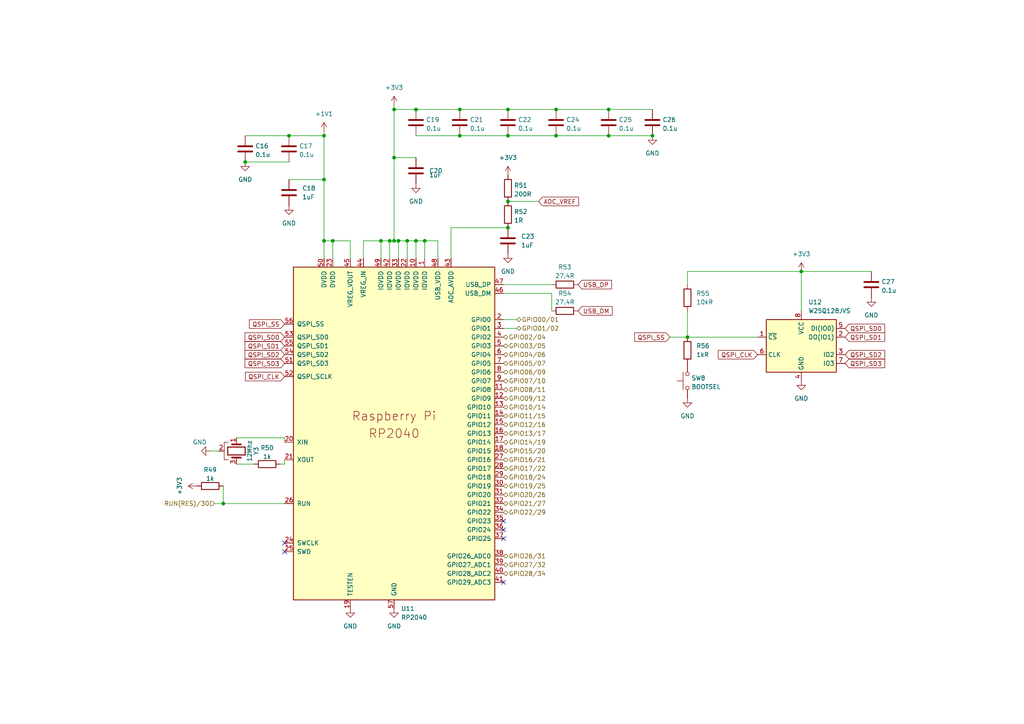
<source format=kicad_sch>
(kicad_sch (version 20211123) (generator eeschema)
  (paper "A4")
  (lib_symbols
    (symbol "Device:C" (pin_numbers hide) (pin_names (offset 0.254))
      (property "Reference" "C" (at 0.635 2.54 0))
      (property "Value" "C" (at 0.635 -2.54 0))
      (symbol "C_0_1"
        (polyline (pts (xy -2.032 -0.762) (xy 2.032 -0.762)) (stroke (width 0.508)))
        (polyline (pts (xy -2.032 0.762) (xy 2.032 0.762)) (stroke (width 0.508)))
      )
      (symbol "C_1_1"
        (pin passive line (at 0 3.81 270) (length 2.794) (name "~") (number "1"))
        (pin passive line (at 0 -3.81 90) (length 2.794) (name "~") (number "2"))
      )
    )
    (symbol "Device:Crystal_GND2" (pin_names (offset 1.016) hide)
      (property "Reference" "Y" (at 0 5.715 0))
      (property "Value" "Crystal_GND2" (at 0 3.81 0))
      (symbol "Crystal_GND2_0_1"
        (rectangle (start -1.143 2.54) (end 1.143 -2.54) (stroke (width 0.3048)))
        (polyline (pts (xy -2.54 0) (xy -1.905 0)))
        (polyline (pts (xy -1.905 -1.27) (xy -1.905 1.27)) (stroke (width 0.508)))
        (polyline (pts (xy 0 -3.81) (xy 0 -3.556)))
        (polyline (pts (xy 1.905 0) (xy 2.54 0)))
        (polyline (pts (xy 1.905 1.27) (xy 1.905 -1.27)) (stroke (width 0.508)))
        (polyline (pts (xy -2.54 -2.286) (xy -2.54 -3.556) (xy 2.54 -3.556) (xy 2.54 -2.286)))
      )
      (symbol "Crystal_GND2_1_1"
        (pin passive line (at -3.81 0 0) (length 1.27) (name "1") (number "1"))
        (pin passive line (at 0 -5.08 90) (length 1.27) (name "2") (number "2"))
        (pin passive line (at 3.81 0 180) (length 1.27) (name "3") (number "3"))
      )
    )
    (symbol "Device:R" (pin_numbers hide) (pin_names (offset 0))
      (property "Reference" "R" (at 2.032 0 90))
      (property "Value" "R" (at 0 0 90))
      (symbol "R_0_1"
        (rectangle (start -1.016 -2.54) (end 1.016 2.54) (stroke (width 0.254)))
      )
      (symbol "R_1_1"
        (pin passive line (at 0 3.81 270) (length 1.27) (name "~") (number "1"))
        (pin passive line (at 0 -3.81 90) (length 1.27) (name "~") (number "2"))
      )
    )
    (symbol "Memory_Flash:W25Q128JVS"
      (property "Reference" "U" (at -8.89 8.89 0))
      (property "Value" "W25Q128JVS" (at 7.62 8.89 0))
      (symbol "W25Q128JVS_0_1"
        (rectangle (start -10.16 7.62) (end 10.16 -7.62) (stroke (width 0.254)) (fill (type background)))
      )
      (symbol "W25Q128JVS_1_1"
        (pin input line (at -12.7 2.54 0) (length 2.54) (name "~{CS}") (number "1"))
        (pin bidirectional line (at 12.7 2.54 180) (length 2.54) (name "DO(IO1)") (number "2"))
        (pin bidirectional line (at 12.7 -2.54 180) (length 2.54) (name "IO2") (number "3"))
        (pin power_in line (at 0 -10.16 90) (length 2.54) (name "GND") (number "4"))
        (pin bidirectional line (at 12.7 5.08 180) (length 2.54) (name "DI(IO0)") (number "5"))
        (pin input line (at -12.7 -2.54 0) (length 2.54) (name "CLK") (number "6"))
        (pin bidirectional line (at 12.7 -5.08 180) (length 2.54) (name "IO3") (number "7"))
        (pin power_in line (at 0 10.16 270) (length 2.54) (name "VCC") (number "8"))
      )
    )
    (symbol "Switch:SW_Push" (pin_numbers hide) (pin_names (offset 1.016) hide)
      (property "Reference" "SW" (at 1.27 2.54 0))
      (property "Value" "SW_Push" (at 0 -1.524 0))
      (symbol "SW_Push_0_1"
        (circle (center -2.032 0) (radius 0.508))
        (polyline (pts (xy 0 1.27) (xy 0 3.048)))
        (polyline (pts (xy 2.54 1.27) (xy -2.54 1.27)))
        (circle (center 2.032 0) (radius 0.508))
        (pin passive line (at -5.08 0 0) (length 2.54) (name "1") (number "1"))
        (pin passive line (at 5.08 0 180) (length 2.54) (name "2") (number "2"))
      )
    )
    (symbol "power:+1V1" (power) (pin_names (offset 0))
      (property "Value" "+1V1" (at 0 3.556 0))
      (symbol "+1V1_0_1"
        (polyline (pts (xy -0.762 1.27) (xy 0 2.54)))
        (polyline (pts (xy 0 0) (xy 0 2.54)))
        (polyline (pts (xy 0 2.54) (xy 0.762 1.27)))
      )
      (symbol "+1V1_1_1"
        (pin power_in line (at 0 0 90) (length 0) hide (name "+1V1") (number "1"))
      )
    )
    (symbol "power:+3V3" (power) (pin_names (offset 0))
      (property "Value" "+3V3" (at 0 3.556 0))
      (symbol "+3V3_0_1"
        (polyline (pts (xy -0.762 1.27) (xy 0 2.54)))
        (polyline (pts (xy 0 0) (xy 0 2.54)))
        (polyline (pts (xy 0 2.54) (xy 0.762 1.27)))
      )
      (symbol "+3V3_1_1"
        (pin power_in line (at 0 0 90) (length 0) hide (name "+3V3") (number "1"))
      )
    )
    (symbol "power:GND" (power) (pin_names (offset 0))
      (property "Value" "GND" (at 0 -3.81 0))
      (symbol "GND_0_1"
        (polyline (pts (xy 0 0) (xy 0 -1.27) (xy 1.27 -1.27) (xy 0 -2.54) (xy -1.27 -1.27) (xy 0 -1.27)))
      )
      (symbol "GND_1_1"
        (pin power_in line (at 0 0 270) (length 0) hide (name "GND") (number "1"))
      )
    )
    (symbol "rp2040-dev-board:RP2040" (pin_names (offset 1.016))
      (property "Reference" "U" (at -29.21 49.53 0))
      (property "Value" "RP2040" (at 24.13 -49.53 0))
      (symbol "RP2040_0_0"
        (text "Raspberry Pi" (at 0 5.08 0) (effects (font (size 2.54 2.54))))
        (text "RP2040" (at 0 0 0) (effects (font (size 2.54 2.54))))
      )
      (symbol "RP2040_0_1"
        (rectangle (start 29.21 48.26) (end -29.21 -48.26) (stroke (width 0.254)) (fill (type background)))
      )
      (symbol "RP2040_1_1"
        (pin power_in line (at 8.89 50.8 270) (length 2.54) (name "IOVDD") (number "1"))
        (pin power_in line (at 6.35 50.8 270) (length 2.54) (name "IOVDD") (number "10"))
        (pin bidirectional line (at 31.75 12.7 180) (length 2.54) (name "GPIO8") (number "11"))
        (pin bidirectional line (at 31.75 10.16 180) (length 2.54) (name "GPIO9") (number "12"))
        (pin bidirectional line (at 31.75 7.62 180) (length 2.54) (name "GPIO10") (number "13"))
        (pin bidirectional line (at 31.75 5.08 180) (length 2.54) (name "GPIO11") (number "14"))
        (pin bidirectional line (at 31.75 2.54 180) (length 2.54) (name "GPIO12") (number "15"))
        (pin bidirectional line (at 31.75 0 180) (length 2.54) (name "GPIO13") (number "16"))
        (pin bidirectional line (at 31.75 -2.54 180) (length 2.54) (name "GPIO14") (number "17"))
        (pin bidirectional line (at 31.75 -5.08 180) (length 2.54) (name "GPIO15") (number "18"))
        (pin passive line (at -12.7 -50.8 90) (length 2.54) (name "TESTEN") (number "19"))
        (pin bidirectional line (at 31.75 33.02 180) (length 2.54) (name "GPIO0") (number "2"))
        (pin input line (at -31.75 -2.54 0) (length 2.54) (name "XIN") (number "20"))
        (pin passive line (at -31.75 -7.62 0) (length 2.54) (name "XOUT") (number "21"))
        (pin power_in line (at 3.81 50.8 270) (length 2.54) (name "IOVDD") (number "22"))
        (pin power_in line (at -17.78 50.8 270) (length 2.54) (name "DVDD") (number "23"))
        (pin output line (at -31.75 -31.75 0) (length 2.54) (name "SWCLK") (number "24"))
        (pin bidirectional line (at -31.75 -34.29 0) (length 2.54) (name "SWD") (number "25"))
        (pin input line (at -31.75 -20.32 0) (length 2.54) (name "RUN") (number "26"))
        (pin bidirectional line (at 31.75 -7.62 180) (length 2.54) (name "GPIO16") (number "27"))
        (pin bidirectional line (at 31.75 -10.16 180) (length 2.54) (name "GPIO17") (number "28"))
        (pin bidirectional line (at 31.75 -12.7 180) (length 2.54) (name "GPIO18") (number "29"))
        (pin bidirectional line (at 31.75 30.48 180) (length 2.54) (name "GPIO1") (number "3"))
        (pin bidirectional line (at 31.75 -15.24 180) (length 2.54) (name "GPIO19") (number "30"))
        (pin bidirectional line (at 31.75 -17.78 180) (length 2.54) (name "GPIO20") (number "31"))
        (pin bidirectional line (at 31.75 -20.32 180) (length 2.54) (name "GPIO21") (number "32"))
        (pin power_in line (at 1.27 50.8 270) (length 2.54) (name "IOVDD") (number "33"))
        (pin bidirectional line (at 31.75 -22.86 180) (length 2.54) (name "GPIO22") (number "34"))
        (pin bidirectional line (at 31.75 -25.4 180) (length 2.54) (name "GPIO23") (number "35"))
        (pin bidirectional line (at 31.75 -27.94 180) (length 2.54) (name "GPIO24") (number "36"))
        (pin bidirectional line (at 31.75 -30.48 180) (length 2.54) (name "GPIO25") (number "37"))
        (pin bidirectional line (at 31.75 -35.56 180) (length 2.54) (name "GPIO26_ADC0") (number "38"))
        (pin bidirectional line (at 31.75 -38.1 180) (length 2.54) (name "GPIO27_ADC1") (number "39"))
        (pin bidirectional line (at 31.75 27.94 180) (length 2.54) (name "GPIO2") (number "4"))
        (pin bidirectional line (at 31.75 -40.64 180) (length 2.54) (name "GPIO28_ADC2") (number "40"))
        (pin bidirectional line (at 31.75 -43.18 180) (length 2.54) (name "GPIO29_ADC3") (number "41"))
        (pin power_in line (at -1.27 50.8 270) (length 2.54) (name "IOVDD") (number "42"))
        (pin power_in line (at 16.51 50.8 270) (length 2.54) (name "ADC_AVDD") (number "43"))
        (pin power_in line (at -8.89 50.8 270) (length 2.54) (name "VREG_IN") (number "44"))
        (pin power_out line (at -12.7 50.8 270) (length 2.54) (name "VREG_VOUT") (number "45"))
        (pin bidirectional line (at 31.75 40.64 180) (length 2.54) (name "USB_DM") (number "46"))
        (pin bidirectional line (at 31.75 43.18 180) (length 2.54) (name "USB_DP") (number "47"))
        (pin power_in line (at 12.7 50.8 270) (length 2.54) (name "USB_VDD") (number "48"))
        (pin power_in line (at -3.81 50.8 270) (length 2.54) (name "IOVDD") (number "49"))
        (pin bidirectional line (at 31.75 25.4 180) (length 2.54) (name "GPIO3") (number "5"))
        (pin power_in line (at -20.32 50.8 270) (length 2.54) (name "DVDD") (number "50"))
        (pin bidirectional line (at -31.75 20.32 0) (length 2.54) (name "QSPI_SD3") (number "51"))
        (pin output line (at -31.75 16.51 0) (length 2.54) (name "QSPI_SCLK") (number "52"))
        (pin bidirectional line (at -31.75 27.94 0) (length 2.54) (name "QSPI_SD0") (number "53"))
        (pin bidirectional line (at -31.75 22.86 0) (length 2.54) (name "QSPI_SD2") (number "54"))
        (pin bidirectional line (at -31.75 25.4 0) (length 2.54) (name "QSPI_SD1") (number "55"))
        (pin bidirectional line (at -31.75 31.75 0) (length 2.54) (name "QSPI_SS") (number "56"))
        (pin power_in line (at 0 -50.8 90) (length 2.54) (name "GND") (number "57"))
        (pin bidirectional line (at 31.75 22.86 180) (length 2.54) (name "GPIO4") (number "6"))
        (pin bidirectional line (at 31.75 20.32 180) (length 2.54) (name "GPIO5") (number "7"))
        (pin bidirectional line (at 31.75 17.78 180) (length 2.54) (name "GPIO6") (number "8"))
        (pin bidirectional line (at 31.75 15.24 180) (length 2.54) (name "GPIO7") (number "9"))
      )
    )
  )
  (junction (at 161.29 31.75))
  (junction (at 120.65 31.75))
  (junction (at 176.53 39.37))
  (junction (at 189.23 39.37))
  (junction (at 114.3 45.72))
  (junction (at 93.98 52.07))
  (junction (at 93.98 39.37))
  (junction (at 133.35 39.37))
  (junction (at 133.35 31.75))
  (junction (at 96.52 69.85))
  (junction (at 114.3 69.85))
  (junction (at 147.32 39.37))
  (junction (at 147.32 31.75))
  (junction (at 64.77 146.05))
  (junction (at 114.3 31.75))
  (junction (at 161.29 39.37))
  (junction (at 71.12 46.99))
  (junction (at 232.41 78.74))
  (junction (at 118.11 69.85))
  (junction (at 176.53 31.75))
  (junction (at 115.57 69.85))
  (junction (at 147.32 66.04))
  (junction (at 113.03 69.85))
  (junction (at 147.32 58.42))
  (junction (at 83.82 39.37))
  (junction (at 120.65 69.85))
  (junction (at 199.39 97.79))
  (junction (at 110.49 69.85))
  (junction (at 93.98 69.85))
  (junction (at 123.19 69.85))
  (no_connect (at 146.05 151.13))
  (no_connect (at 146.05 156.21))
  (no_connect (at 82.55 157.48))
  (no_connect (at 146.05 153.67))
  (no_connect (at 82.55 160.02))
  (no_connect (at 146.05 168.91))
  (wire (pts (xy 114.3 69.85) (xy 115.57 69.85)))
  (wire (pts (xy 133.35 31.75) (xy 147.32 31.75)))
  (wire (pts (xy 176.53 39.37) (xy 189.23 39.37)))
  (wire (pts (xy 232.41 78.74) (xy 252.73 78.74)))
  (wire (pts (xy 199.39 90.17) (xy 199.39 97.79)))
  (wire (pts (xy 161.29 31.75) (xy 176.53 31.75)))
  (wire (pts (xy 114.3 30.48) (xy 114.3 31.75)))
  (wire (pts (xy 115.57 69.85) (xy 115.57 74.93)))
  (wire (pts (xy 123.19 69.85) (xy 127 69.85)))
  (wire (pts (xy 83.82 39.37) (xy 93.98 39.37)))
  (wire (pts (xy 146.05 85.09) (xy 160.02 85.09)))
  (wire (pts (xy 130.81 66.04) (xy 147.32 66.04)))
  (wire (pts (xy 199.39 78.74) (xy 199.39 82.55)))
  (wire (pts (xy 118.11 69.85) (xy 118.11 74.93)))
  (wire (pts (xy 146.05 82.55) (xy 160.02 82.55)))
  (wire (pts (xy 114.3 31.75) (xy 120.65 31.75)))
  (wire (pts (xy 68.58 134.62) (xy 73.66 134.62)))
  (wire (pts (xy 114.3 45.72) (xy 114.3 69.85)))
  (wire (pts (xy 120.65 31.75) (xy 133.35 31.75)))
  (wire (pts (xy 232.41 78.74) (xy 199.39 78.74)))
  (wire (pts (xy 93.98 39.37) (xy 93.98 52.07)))
  (wire (pts (xy 127 69.85) (xy 127 74.93)))
  (wire (pts (xy 62.23 146.05) (xy 64.77 146.05)))
  (wire (pts (xy 96.52 69.85) (xy 101.6 69.85)))
  (wire (pts (xy 130.81 66.04) (xy 130.81 74.93)))
  (wire (pts (xy 105.41 69.85) (xy 110.49 69.85)))
  (wire (pts (xy 232.41 78.74) (xy 232.41 90.17)))
  (wire (pts (xy 149.86 95.25) (xy 146.05 95.25)))
  (wire (pts (xy 105.41 74.93) (xy 105.41 69.85)))
  (wire (pts (xy 64.77 140.97) (xy 64.77 146.05)))
  (wire (pts (xy 71.12 39.37) (xy 83.82 39.37)))
  (wire (pts (xy 82.55 127) (xy 82.55 128.27)))
  (wire (pts (xy 113.03 69.85) (xy 114.3 69.85)))
  (wire (pts (xy 120.65 69.85) (xy 123.19 69.85)))
  (wire (pts (xy 147.32 58.42) (xy 156.21 58.42)))
  (wire (pts (xy 60.96 130.81) (xy 63.5 130.81)))
  (wire (pts (xy 147.32 31.75) (xy 161.29 31.75)))
  (wire (pts (xy 96.52 69.85) (xy 96.52 74.93)))
  (wire (pts (xy 160.02 90.17) (xy 160.02 85.09)))
  (wire (pts (xy 93.98 52.07) (xy 93.98 69.85)))
  (wire (pts (xy 64.77 146.05) (xy 82.55 146.05)))
  (wire (pts (xy 199.39 97.79) (xy 219.71 97.79)))
  (wire (pts (xy 118.11 69.85) (xy 120.65 69.85)))
  (wire (pts (xy 68.58 127) (xy 82.55 127)))
  (wire (pts (xy 71.12 46.99) (xy 83.82 46.99)))
  (wire (pts (xy 120.65 69.85) (xy 120.65 74.93)))
  (wire (pts (xy 161.29 39.37) (xy 176.53 39.37)))
  (wire (pts (xy 147.32 39.37) (xy 161.29 39.37)))
  (wire (pts (xy 113.03 69.85) (xy 113.03 74.93)))
  (wire (pts (xy 133.35 39.37) (xy 120.65 39.37)))
  (wire (pts (xy 114.3 45.72) (xy 120.65 45.72)))
  (wire (pts (xy 123.19 74.93) (xy 123.19 69.85)))
  (wire (pts (xy 149.86 92.71) (xy 146.05 92.71)))
  (wire (pts (xy 82.55 134.62) (xy 82.55 133.35)))
  (wire (pts (xy 93.98 69.85) (xy 96.52 69.85)))
  (wire (pts (xy 81.28 134.62) (xy 82.55 134.62)))
  (wire (pts (xy 101.6 69.85) (xy 101.6 74.93)))
  (wire (pts (xy 93.98 69.85) (xy 93.98 74.93)))
  (wire (pts (xy 176.53 31.75) (xy 189.23 31.75)))
  (wire (pts (xy 83.82 52.07) (xy 93.98 52.07)))
  (wire (pts (xy 110.49 69.85) (xy 110.49 74.93)))
  (wire (pts (xy 114.3 31.75) (xy 114.3 45.72)))
  (wire (pts (xy 194.31 97.79) (xy 199.39 97.79)))
  (wire (pts (xy 115.57 69.85) (xy 118.11 69.85)))
  (wire (pts (xy 93.98 38.1) (xy 93.98 39.37)))
  (wire (pts (xy 110.49 69.85) (xy 113.03 69.85)))
  (wire (pts (xy 133.35 39.37) (xy 147.32 39.37)))
  (global_label "ADC_VREF" (shape input) (at 156.21 58.42 0) (property "シート間のリファレンス" "${INTERSHEET_REFS}" (effects hide)))
  (global_label "QSPI_SD3" (shape input) (at 82.55 105.41 180) (property "シート間のリファレンス" "${INTERSHEET_REFS}" (effects hide)))
  (global_label "QSPI_SD0" (shape input) (at 82.55 97.79 180) (property "シート間のリファレンス" "${INTERSHEET_REFS}" (effects hide)))
  (global_label "QSPI_SD0" (shape input) (at 245.11 95.25 0) (property "シート間のリファレンス" "${INTERSHEET_REFS}" (effects hide)))
  (global_label "QSPI_CLK" (shape input) (at 82.55 109.22 180) (property "シート間のリファレンス" "${INTERSHEET_REFS}" (effects hide)))
  (global_label "QSPI_SS" (shape input) (at 194.31 97.79 180) (property "シート間のリファレンス" "${INTERSHEET_REFS}" (effects hide)))
  (global_label "QSPI_SS" (shape input) (at 82.55 93.98 180) (property "シート間のリファレンス" "${INTERSHEET_REFS}" (effects hide)))
  (global_label "QSPI_SD1" (shape input) (at 245.11 97.79 0) (property "シート間のリファレンス" "${INTERSHEET_REFS}" (effects hide)))
  (global_label "USB_DP" (shape input) (at 167.64 82.55 0) (property "シート間のリファレンス" "${INTERSHEET_REFS}" (effects hide)))
  (global_label "QSPI_SD2" (shape input) (at 245.11 102.87 0) (property "シート間のリファレンス" "${INTERSHEET_REFS}" (effects hide)))
  (global_label "QSPI_SD2" (shape input) (at 82.55 102.87 180) (property "シート間のリファレンス" "${INTERSHEET_REFS}" (effects hide)))
  (global_label "QSPI_CLK" (shape input) (at 219.71 102.87 180) (property "シート間のリファレンス" "${INTERSHEET_REFS}" (effects hide)))
  (global_label "USB_DM" (shape input) (at 167.64 90.17 0) (property "シート間のリファレンス" "${INTERSHEET_REFS}" (effects hide)))
  (global_label "QSPI_SD1" (shape input) (at 82.55 100.33 180) (property "シート間のリファレンス" "${INTERSHEET_REFS}" (effects hide)))
  (global_label "QSPI_SD3" (shape input) (at 245.11 105.41 0) (property "シート間のリファレンス" "${INTERSHEET_REFS}" (effects hide)))
  (hierarchical_label "GPIO22{slash}29" (shape bidirectional) (at 146.05 148.59 0))
  (hierarchical_label "GPIO07{slash}10" (shape bidirectional) (at 146.05 110.49 0))
  (hierarchical_label "GPIO02{slash}04" (shape bidirectional) (at 146.05 97.79 0))
  (hierarchical_label "GPIO13{slash}17" (shape bidirectional) (at 146.05 125.73 0))
  (hierarchical_label "GPIO21{slash}27" (shape bidirectional) (at 146.05 146.05 0))
  (hierarchical_label "GPIO19{slash}25" (shape bidirectional) (at 146.05 140.97 0))
  (hierarchical_label "GPIO26{slash}31" (shape bidirectional) (at 146.05 161.29 0))
  (hierarchical_label "RUN(RES){slash}30" (shape input) (at 62.23 146.05 180))
  (hierarchical_label "GPIO06{slash}09" (shape bidirectional) (at 146.05 107.95 0))
  (hierarchical_label "GPIO15{slash}20" (shape bidirectional) (at 146.05 130.81 0))
  (hierarchical_label "GPIO14{slash}19" (shape bidirectional) (at 146.05 128.27 0))
  (hierarchical_label "GPIO28{slash}34" (shape bidirectional) (at 146.05 166.37 0))
  (hierarchical_label "GPIO16{slash}21" (shape bidirectional) (at 146.05 133.35 0))
  (hierarchical_label "GPIO20{slash}26" (shape bidirectional) (at 146.05 143.51 0))
  (hierarchical_label "GPIO09{slash}12" (shape bidirectional) (at 146.05 115.57 0))
  (hierarchical_label "GPIO10{slash}14" (shape bidirectional) (at 146.05 118.11 0))
  (hierarchical_label "GPIO27{slash}32" (shape bidirectional) (at 146.05 163.83 0))
  (hierarchical_label "GPIO05{slash}07" (shape bidirectional) (at 146.05 105.41 0))
  (hierarchical_label "GPIO04{slash}06" (shape bidirectional) (at 146.05 102.87 0))
  (hierarchical_label "GPIO00{slash}01" (shape bidirectional) (at 149.86 92.71 0))
  (hierarchical_label "GPIO01{slash}02" (shape bidirectional) (at 149.86 95.25 0))
  (hierarchical_label "GPIO08{slash}11" (shape bidirectional) (at 146.05 113.03 0))
  (hierarchical_label "GPIO12{slash}16" (shape bidirectional) (at 146.05 123.19 0))
  (hierarchical_label "GPIO03{slash}05" (shape bidirectional) (at 146.05 100.33 0))
  (hierarchical_label "GPIO11{slash}15" (shape bidirectional) (at 146.05 120.65 0))
  (hierarchical_label "GPIO17{slash}22" (shape bidirectional) (at 146.05 135.89 0))
  (hierarchical_label "GPIO18{slash}24" (shape bidirectional) (at 146.05 138.43 0))
  (symbol (lib_id "Device:C") (at 83.82 43.18 0) (unit 1)
    (property "Reference" "C17" (at 86.741 42.3453 0) (effects (justify left)))
    (property "Value" "0.1u" (at 86.741 44.8822 0) (effects (justify left)))
    (property "Footprint" "Capacitor_SMD:C_0603_1608Metric_Pad1.08x0.95mm_HandSolder" (effects hide))
  )
  (symbol (lib_id "power:GND") (at 199.39 115.57 0) (unit 1)
    (property "Reference" "#PWR072" (effects hide))
    (property "Value" "GND" (at 199.39 120.65 0))
  )
  (symbol (lib_id "power:+3V3") (at 114.3 30.48 0) (unit 1)
    (property "Reference" "#PWR066" (effects hide))
    (property "Value" "+3V3" (at 114.3 25.4 0))
  )
  (symbol (lib_id "Device:R") (at 199.39 101.6 180) (unit 1)
    (property "Reference" "R56" (at 201.93 100.3299 0) (effects (justify right)))
    (property "Value" "1kR" (at 201.93 102.8699 0) (effects (justify right)))
    (property "Footprint" "Resistor_SMD:R_0603_1608Metric_Pad0.98x0.95mm_HandSolder" (effects hide))
  )
  (symbol (lib_id "power:GND") (at 60.96 130.81 270) (unit 1)
    (property "Reference" "#PWR061" (effects hide))
    (property "Value" "GND" (at 55.88 128.27 90) (effects (justify left)))
  )
  (symbol (lib_id "power:GND") (at 147.32 73.66 0) (unit 1)
    (property "Reference" "#PWR070" (effects hide))
    (property "Value" "GND" (at 147.32 78.74 0))
  )
  (symbol (lib_id "power:GND") (at 114.3 176.53 0) (unit 1)
    (property "Reference" "#PWR067" (effects hide))
    (property "Value" "GND" (at 114.3 181.61 0))
  )
  (symbol (lib_id "power:+3V3") (at 147.32 50.8 0) (unit 1)
    (property "Reference" "#PWR069" (effects hide))
    (property "Value" "+3V3" (at 147.32 45.72 0))
  )
  (symbol (lib_id "Device:C") (at 252.73 82.55 0) (unit 1)
    (property "Reference" "C27" (at 255.651 81.7153 0) (effects (justify left)))
    (property "Value" "0.1u" (at 255.651 84.2522 0) (effects (justify left)))
    (property "Footprint" "Capacitor_SMD:C_0603_1608Metric_Pad1.08x0.95mm_HandSolder" (effects hide))
  )
  (symbol (lib_id "Device:C") (at 147.32 35.56 0) (unit 1)
    (property "Reference" "C22" (at 150.241 34.7253 0) (effects (justify left)))
    (property "Value" "0.1u" (at 150.241 37.2622 0) (effects (justify left)))
    (property "Footprint" "Capacitor_SMD:C_0603_1608Metric_Pad1.08x0.95mm_HandSolder" (effects hide))
  )
  (symbol (lib_id "power:GND") (at 189.23 39.37 0) (unit 1)
    (property "Reference" "#PWR071" (effects hide))
    (property "Value" "GND" (at 189.23 44.45 0))
  )
  (symbol (lib_id "Device:R") (at 147.32 54.61 180) (unit 1)
    (property "Reference" "R51" (at 149.098 53.7753 0) (effects (justify right)))
    (property "Value" "200R" (at 149.098 56.3122 0) (effects (justify right)))
    (property "Footprint" "Resistor_SMD:R_0603_1608Metric_Pad0.98x0.95mm_HandSolder" (effects hide))
  )
  (symbol (lib_id "Device:C") (at 161.29 35.56 0) (unit 1)
    (property "Reference" "C24" (at 164.211 34.7253 0) (effects (justify left)))
    (property "Value" "0.1u" (at 164.211 37.2622 0) (effects (justify left)))
    (property "Footprint" "Capacitor_SMD:C_0603_1608Metric_Pad1.08x0.95mm_HandSolder" (effects hide))
  )
  (symbol (lib_id "power:+3V3") (at 57.15 140.97 90) (unit 1)
    (property "Reference" "#PWR060" (effects hide))
    (property "Value" "+3V3" (at 52.07 140.97 0))
  )
  (symbol (lib_id "Device:C") (at 176.53 35.56 0) (unit 1)
    (property "Reference" "C25" (at 179.451 34.7253 0) (effects (justify left)))
    (property "Value" "0.1u" (at 179.451 37.2622 0) (effects (justify left)))
    (property "Footprint" "Capacitor_SMD:C_0603_1608Metric_Pad1.08x0.95mm_HandSolder" (effects hide))
  )
  (symbol (lib_id "Device:C") (at 147.32 69.85 0) (unit 1)
    (property "Reference" "C23" (at 151.13 68.5799 0) (effects (justify left)))
    (property "Value" "1uF" (at 151.13 71.1199 0) (effects (justify left)))
    (property "Footprint" "Capacitor_SMD:C_0603_1608Metric_Pad1.08x0.95mm_HandSolder" (effects hide))
  )
  (symbol (lib_id "power:GND") (at 252.73 86.36 0) (unit 1)
    (property "Reference" "#PWR075" (effects hide))
    (property "Value" "GND" (at 252.73 91.44 0))
  )
  (symbol (lib_id "Device:C") (at 189.23 35.56 0) (unit 1)
    (property "Reference" "C26" (at 192.151 34.7253 0) (effects (justify left)))
    (property "Value" "0.1u" (at 192.151 37.2622 0) (effects (justify left)))
    (property "Footprint" "Capacitor_SMD:C_0603_1608Metric_Pad1.08x0.95mm_HandSolder" (effects hide))
  )
  (symbol (lib_id "rp2040-dev-board:RP2040") (at 114.3 125.73 0) (unit 1)
    (property "Reference" "U11" (at 116.3194 176.53 0) (effects (justify left)))
    (property "Value" "RP2040" (at 116.3194 179.07 0) (effects (justify left)))
    (property "Footprint" "rp2040:RP2040_hand" (effects hide))
  )
  (symbol (lib_id "power:+1V1") (at 93.98 38.1 0) (unit 1)
    (property "Reference" "#PWR064" (effects hide))
    (property "Value" "+1V1" (at 93.98 33.02 0))
  )
  (symbol (lib_id "power:GND") (at 71.12 46.99 0) (unit 1)
    (property "Reference" "#PWR062" (effects hide))
    (property "Value" "GND" (at 71.12 52.07 0))
  )
  (symbol (lib_id "power:+3V3") (at 232.41 78.74 0) (unit 1)
    (property "Reference" "#PWR073" (effects hide))
    (property "Value" "+3V3" (at 232.41 73.66 0))
  )
  (symbol (lib_id "Device:C") (at 120.65 49.53 0) (unit 1)
    (property "Reference" "C20" (at 124.46 49.5299 0) (effects (justify left)))
    (property "Value" "1uF" (at 124.46 50.7999 0) (effects (justify left)))
    (property "Footprint" "Capacitor_SMD:C_0603_1608Metric_Pad1.08x0.95mm_HandSolder" (effects hide))
  )
  (symbol (lib_id "power:GND") (at 83.82 59.69 0) (unit 1)
    (property "Reference" "#PWR063" (effects hide))
    (property "Value" "GND" (at 83.82 64.77 0))
  )
  (symbol (lib_id "Device:C") (at 133.35 35.56 0) (unit 1)
    (property "Reference" "C21" (at 136.271 34.7253 0) (effects (justify left)))
    (property "Value" "0.1u" (at 136.271 37.2622 0) (effects (justify left)))
    (property "Footprint" "Capacitor_SMD:C_0603_1608Metric_Pad1.08x0.95mm_HandSolder" (effects hide))
  )
  (symbol (lib_id "Device:R") (at 60.96 140.97 270) (unit 1)
    (property "Reference" "R49" (at 60.96 136.2542 90))
    (property "Value" "1k" (at 60.96 138.7911 90))
    (property "Footprint" "Resistor_SMD:R_0603_1608Metric_Pad0.98x0.95mm_HandSolder" (effects hide))
  )
  (symbol (lib_id "Device:C") (at 83.82 55.88 0) (unit 1)
    (property "Reference" "C18" (at 87.63 54.6099 0) (effects (justify left)))
    (property "Value" "1uF" (at 87.63 57.1499 0) (effects (justify left)))
    (property "Footprint" "Capacitor_SMD:C_0603_1608Metric_Pad1.08x0.95mm_HandSolder" (effects hide))
  )
  (symbol (lib_id "Device:Crystal_GND2") (at 68.58 130.81 270) (unit 1)
    (property "Reference" "Y3" (at 74.295 130.81 0))
    (property "Value" "12Mhz" (at 72.39 130.81 0))
    (property "Footprint" "Crystal:Resonator_SMD_Murata_CSTxExxV-3Pin_3.0x1.1mm_HandSoldering" (effects hide))
  )
  (symbol (lib_id "power:GND") (at 232.41 110.49 0) (unit 1)
    (property "Reference" "#PWR074" (effects hide))
    (property "Value" "GND" (at 232.41 115.57 0))
  )
  (symbol (lib_id "Switch:SW_Push") (at 199.39 110.49 90) (unit 1)
    (property "Reference" "SW8" (at 200.533 109.6553 90) (effects (justify right)))
    (property "Value" "BOOTSEL" (at 200.533 112.1922 90) (effects (justify right)))
    (property "Footprint" "0.main.robot:TVAF06-A020B-R" (effects hide))
  )
  (symbol (lib_id "Device:R") (at 199.39 86.36 180) (unit 1)
    (property "Reference" "R55" (at 201.93 85.0899 0) (effects (justify right)))
    (property "Value" "10kR" (at 201.93 87.6299 0) (effects (justify right)))
    (property "Footprint" "Resistor_SMD:R_0603_1608Metric_Pad0.98x0.95mm_HandSolder" (effects hide))
  )
  (symbol (lib_id "Device:C") (at 120.65 35.56 0) (unit 1)
    (property "Reference" "C19" (at 123.571 34.7253 0) (effects (justify left)))
    (property "Value" "0.1u" (at 123.571 37.2622 0) (effects (justify left)))
    (property "Footprint" "Capacitor_SMD:C_0603_1608Metric_Pad1.08x0.95mm_HandSolder" (effects hide))
  )
  (symbol (lib_id "Device:R") (at 147.32 62.23 180) (unit 1)
    (property "Reference" "R52" (at 149.098 61.3953 0) (effects (justify right)))
    (property "Value" "1R" (at 149.098 63.9322 0) (effects (justify right)))
    (property "Footprint" "Resistor_SMD:R_0603_1608Metric_Pad0.98x0.95mm_HandSolder" (effects hide))
  )
  (symbol (lib_id "power:GND") (at 101.6 176.53 0) (unit 1)
    (property "Reference" "#PWR065" (effects hide))
    (property "Value" "GND" (at 101.6 181.61 0))
  )
  (symbol (lib_id "Device:C") (at 71.12 43.18 0) (unit 1)
    (property "Reference" "C16" (at 74.041 42.3453 0) (effects (justify left)))
    (property "Value" "0.1u" (at 74.041 44.8822 0) (effects (justify left)))
    (property "Footprint" "Capacitor_SMD:C_0603_1608Metric_Pad1.08x0.95mm_HandSolder" (effects hide))
  )
  (symbol (lib_id "Device:R") (at 163.83 82.55 90) (unit 1)
    (property "Reference" "R53" (at 163.83 77.47 90))
    (property "Value" "27.4R" (at 163.83 80.01 90))
    (property "Footprint" "Resistor_SMD:R_0603_1608Metric_Pad0.98x0.95mm_HandSolder" (effects hide))
  )
  (symbol (lib_id "power:GND") (at 120.65 53.34 0) (unit 1)
    (property "Reference" "#PWR068" (effects hide))
    (property "Value" "GND" (at 120.65 58.42 0))
  )
  (symbol (lib_id "Device:R") (at 77.47 134.62 270) (unit 1)
    (property "Reference" "R50" (at 77.47 129.9042 90))
    (property "Value" "1k" (at 77.47 132.4411 90))
    (property "Footprint" "Resistor_SMD:R_0603_1608Metric_Pad0.98x0.95mm_HandSolder" (effects hide))
  )
  (symbol (lib_id "Device:R") (at 163.83 90.17 90) (unit 1)
    (property "Reference" "R54" (at 163.83 85.09 90))
    (property "Value" "27.4R" (at 163.83 87.63 90))
    (property "Footprint" "Resistor_SMD:R_0603_1608Metric_Pad0.98x0.95mm_HandSolder" (effects hide))
  )
  (symbol (lib_id "Memory_Flash:W25Q128JVS") (at 232.41 100.33 0) (unit 1)
    (property "Reference" "U12" (at 234.4294 87.63 0) (effects (justify left)))
    (property "Value" "W25Q128JVS" (at 234.4294 90.17 0) (effects (justify left)))
    (property "Footprint" "rp2040:W25Q16-128JV-SOIC" (effects hide))
    (property "Datasheet" "http://www.winbond.com/resource-files/w25q128jv_dtr%20revc%2003272018%20plus.pdf" (effects hide))
  )
)
</source>
